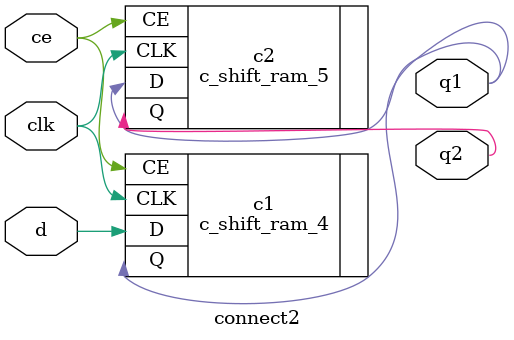
<source format=v>
`timescale 1ns / 1ps


module connect2(
input clk,
input ce,
input d,
output q1,
output q2//Ò»ÁÐÈýÐÐ£¬ÆäÖÐÁ½ÐÐÓÉshift_ram²úÉú
    );
    c_shift_ram_4 c1(
    .D(d),
    .CLK(clk),
    .CE(ce),
    .Q(q1)
    );
    
    c_shift_ram_5 c2(
    .D(q1),
    .CLK(clk),
    .CE(ce),
    .Q(q2)
    );
endmodule

</source>
